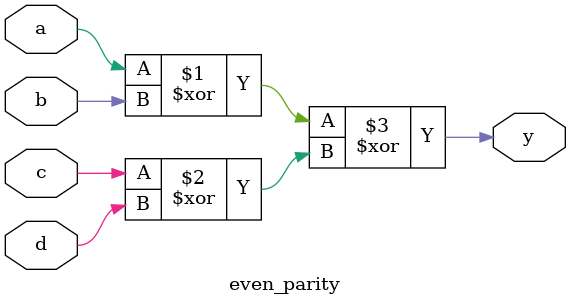
<source format=v>
`timescale 1ns / 1ps


module even_parity(input a,b,c,d,output y);
assign y=((a^b)^(c^d));
endmodule

</source>
